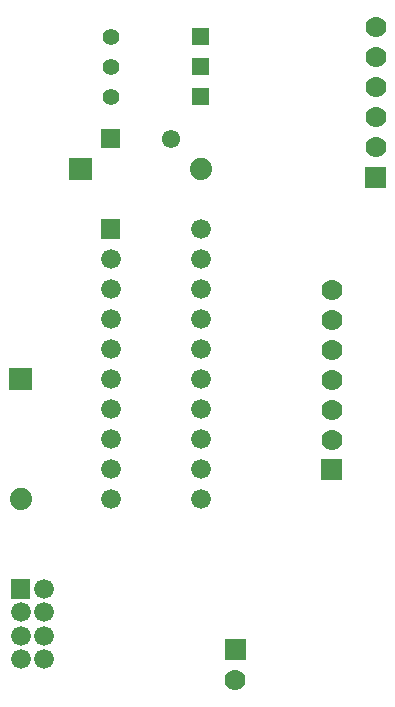
<source format=gts>
G04 start of page 11 for group -4063 idx -4063 *
G04 Title: (unknown), componentmask *
G04 Creator: pcb 20110918 *
G04 CreationDate: Mon 12 May 2014 07:20:50 GMT UTC *
G04 For: ksarkies *
G04 Format: Gerber/RS-274X *
G04 PCB-Dimensions: 157480 255906 *
G04 PCB-Coordinate-Origin: lower left *
%MOIN*%
%FSLAX25Y25*%
%LNTOPMASK*%
%ADD103C,0.0700*%
%ADD102C,0.0740*%
%ADD101C,0.0660*%
%ADD100C,0.0560*%
%ADD99C,0.0610*%
%ADD98C,0.0001*%
G54D98*G36*
X72003Y220029D02*Y214429D01*
X77603D01*
Y220029D01*
X72003D01*
G37*
G36*
Y230029D02*Y224429D01*
X77603D01*
Y230029D01*
X72003D01*
G37*
G36*
Y240029D02*Y234429D01*
X77603D01*
Y240029D01*
X72003D01*
G37*
G54D99*X64803Y203229D03*
G54D100*X44803Y217229D03*
Y227229D03*
Y237229D03*
G54D98*G36*
X41753Y206279D02*Y200179D01*
X47853D01*
Y206279D01*
X41753D01*
G37*
G36*
X31103Y196929D02*Y189529D01*
X38503D01*
Y196929D01*
X31103D01*
G37*
G36*
X41503Y176529D02*Y169929D01*
X48103D01*
Y176529D01*
X41503D01*
G37*
G54D101*X44803Y163229D03*
Y153229D03*
Y143229D03*
X74803D03*
Y153229D03*
Y163229D03*
Y173229D03*
G54D102*Y193229D03*
G54D101*X14803Y37481D03*
X22677D03*
X14803Y29607D03*
X22677D03*
G54D98*G36*
X11503Y56529D02*Y49929D01*
X18103D01*
Y56529D01*
X11503D01*
G37*
G54D101*X22677Y53229D03*
X14803Y45355D03*
X22677D03*
G54D102*X14803Y83229D03*
G54D98*G36*
X82953Y36379D02*Y29379D01*
X89953D01*
Y36379D01*
X82953D01*
G37*
G54D103*X86453Y22879D03*
G54D98*G36*
X11103Y126929D02*Y119529D01*
X18503D01*
Y126929D01*
X11103D01*
G37*
G54D101*X44803Y133229D03*
Y123229D03*
Y113229D03*
Y103229D03*
Y93229D03*
Y83229D03*
X74803D03*
Y93229D03*
Y103229D03*
Y113229D03*
Y123229D03*
Y133229D03*
G54D98*G36*
X115100Y96406D02*Y89406D01*
X122100D01*
Y96406D01*
X115100D01*
G37*
G54D103*X118600Y102906D03*
Y112906D03*
Y122906D03*
Y132906D03*
Y142906D03*
Y152906D03*
G54D98*G36*
X129700Y193786D02*Y186786D01*
X136700D01*
Y193786D01*
X129700D01*
G37*
G54D103*X133200Y200286D03*
Y210286D03*
Y220286D03*
Y230286D03*
Y240286D03*
M02*

</source>
